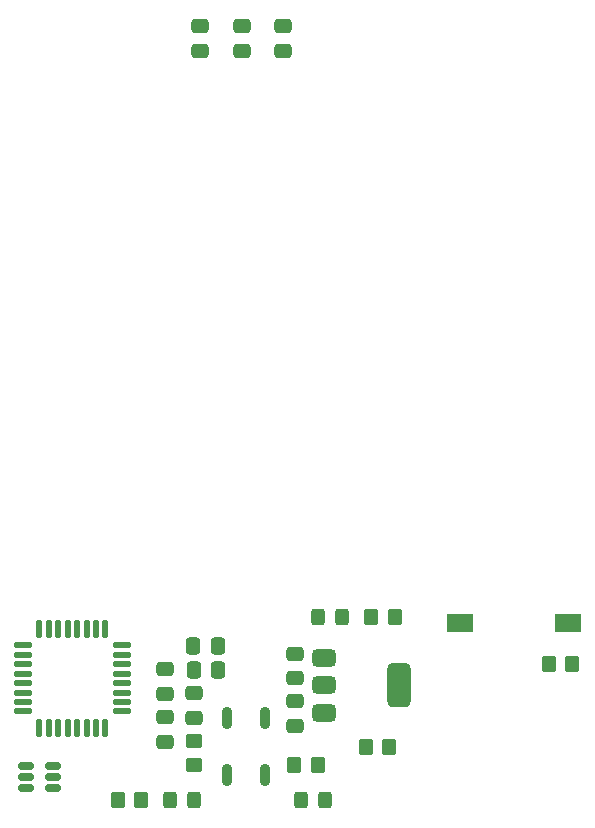
<source format=gbr>
%TF.GenerationSoftware,KiCad,Pcbnew,8.0.7*%
%TF.CreationDate,2024-12-26T00:03:12+08:00*%
%TF.ProjectId,The Button,54686520-4275-4747-946f-6e2e6b696361,rev?*%
%TF.SameCoordinates,Original*%
%TF.FileFunction,Paste,Top*%
%TF.FilePolarity,Positive*%
%FSLAX46Y46*%
G04 Gerber Fmt 4.6, Leading zero omitted, Abs format (unit mm)*
G04 Created by KiCad (PCBNEW 8.0.7) date 2024-12-26 00:03:12*
%MOMM*%
%LPD*%
G01*
G04 APERTURE LIST*
G04 Aperture macros list*
%AMRoundRect*
0 Rectangle with rounded corners*
0 $1 Rounding radius*
0 $2 $3 $4 $5 $6 $7 $8 $9 X,Y pos of 4 corners*
0 Add a 4 corners polygon primitive as box body*
4,1,4,$2,$3,$4,$5,$6,$7,$8,$9,$2,$3,0*
0 Add four circle primitives for the rounded corners*
1,1,$1+$1,$2,$3*
1,1,$1+$1,$4,$5*
1,1,$1+$1,$6,$7*
1,1,$1+$1,$8,$9*
0 Add four rect primitives between the rounded corners*
20,1,$1+$1,$2,$3,$4,$5,0*
20,1,$1+$1,$4,$5,$6,$7,0*
20,1,$1+$1,$6,$7,$8,$9,0*
20,1,$1+$1,$8,$9,$2,$3,0*%
G04 Aperture macros list end*
%ADD10RoundRect,0.250000X-0.350000X-0.450000X0.350000X-0.450000X0.350000X0.450000X-0.350000X0.450000X0*%
%ADD11RoundRect,0.250000X-0.475000X0.337500X-0.475000X-0.337500X0.475000X-0.337500X0.475000X0.337500X0*%
%ADD12RoundRect,0.250000X-0.325000X-0.450000X0.325000X-0.450000X0.325000X0.450000X-0.325000X0.450000X0*%
%ADD13RoundRect,0.375000X-0.625000X-0.375000X0.625000X-0.375000X0.625000X0.375000X-0.625000X0.375000X0*%
%ADD14RoundRect,0.500000X-0.500000X-1.400000X0.500000X-1.400000X0.500000X1.400000X-0.500000X1.400000X0*%
%ADD15RoundRect,0.150000X-0.512500X-0.150000X0.512500X-0.150000X0.512500X0.150000X-0.512500X0.150000X0*%
%ADD16RoundRect,0.250000X0.350000X0.450000X-0.350000X0.450000X-0.350000X-0.450000X0.350000X-0.450000X0*%
%ADD17RoundRect,0.250000X-0.337500X-0.475000X0.337500X-0.475000X0.337500X0.475000X-0.337500X0.475000X0*%
%ADD18RoundRect,0.250000X-0.450000X0.350000X-0.450000X-0.350000X0.450000X-0.350000X0.450000X0.350000X0*%
%ADD19O,0.889000X1.905000*%
%ADD20R,2.180000X1.600000*%
%ADD21RoundRect,0.250000X0.475000X-0.337500X0.475000X0.337500X-0.475000X0.337500X-0.475000X-0.337500X0*%
%ADD22RoundRect,0.125000X0.625000X0.125000X-0.625000X0.125000X-0.625000X-0.125000X0.625000X-0.125000X0*%
%ADD23RoundRect,0.125000X0.125000X0.625000X-0.125000X0.625000X-0.125000X-0.625000X0.125000X-0.625000X0*%
G04 APERTURE END LIST*
D10*
%TO.C,R7*%
X174975000Y-93500000D03*
X176975000Y-93500000D03*
%TD*%
D11*
%TO.C,C12*%
X170500000Y-31000000D03*
X170500000Y-33075000D03*
%TD*%
%TO.C,C3*%
X164000000Y-89500000D03*
X164000000Y-91575000D03*
%TD*%
%TO.C,C8*%
X175000000Y-88150000D03*
X175000000Y-90225000D03*
%TD*%
D12*
%TO.C,D4*%
X164450000Y-96500000D03*
X166500000Y-96500000D03*
%TD*%
D13*
%TO.C,U1*%
X177500000Y-84500000D03*
X177500000Y-86800000D03*
D14*
X183800000Y-86800000D03*
D13*
X177500000Y-89100000D03*
%TD*%
D15*
%TO.C,U5*%
X152225000Y-93600000D03*
X152225000Y-94550000D03*
X152225000Y-95500000D03*
X154500000Y-95500000D03*
X154500000Y-94550000D03*
X154500000Y-93600000D03*
%TD*%
D10*
%TO.C,R10*%
X181000000Y-92000000D03*
X183000000Y-92000000D03*
%TD*%
D12*
%TO.C,D1*%
X176950000Y-81000000D03*
X179000000Y-81000000D03*
%TD*%
D11*
%TO.C,C11*%
X167000000Y-31000000D03*
X167000000Y-33075000D03*
%TD*%
D16*
%TO.C,R1*%
X183500000Y-81000000D03*
X181500000Y-81000000D03*
%TD*%
D11*
%TO.C,C13*%
X174000000Y-31000000D03*
X174000000Y-33075000D03*
%TD*%
%TO.C,C6*%
X166500000Y-87462500D03*
X166500000Y-89537500D03*
%TD*%
D16*
%TO.C,R6*%
X162000000Y-96500000D03*
X160000000Y-96500000D03*
%TD*%
D17*
%TO.C,C10*%
X166425000Y-83500000D03*
X168500000Y-83500000D03*
%TD*%
D18*
%TO.C,R11*%
X166500000Y-91500000D03*
X166500000Y-93500000D03*
%TD*%
D12*
%TO.C,D3*%
X175500000Y-96500000D03*
X177550000Y-96500000D03*
%TD*%
D10*
%TO.C,R5*%
X196500000Y-85000000D03*
X198500000Y-85000000D03*
%TD*%
D19*
%TO.C,J2*%
X169300000Y-89549998D03*
X172500000Y-89549998D03*
X169300000Y-94349999D03*
X172500000Y-94349999D03*
%TD*%
D20*
%TO.C,SW8*%
X198180000Y-81500000D03*
X189000000Y-81500000D03*
%TD*%
D21*
%TO.C,C9*%
X175000000Y-86187500D03*
X175000000Y-84112500D03*
%TD*%
D17*
%TO.C,C7*%
X166462500Y-85500000D03*
X168537500Y-85500000D03*
%TD*%
D21*
%TO.C,C4*%
X164000000Y-87500000D03*
X164000000Y-85425000D03*
%TD*%
D22*
%TO.C,U2*%
X160350000Y-89000000D03*
X160350000Y-88200000D03*
X160350000Y-87400000D03*
X160350000Y-86600000D03*
X160350000Y-85800000D03*
X160350000Y-85000000D03*
X160350000Y-84200000D03*
X160350000Y-83400000D03*
D23*
X158975000Y-82025000D03*
X158175000Y-82025000D03*
X157375000Y-82025000D03*
X156575000Y-82025000D03*
X155775000Y-82025000D03*
X154975000Y-82025000D03*
X154175000Y-82025000D03*
X153375000Y-82025000D03*
D22*
X152000000Y-83400000D03*
X152000000Y-84200000D03*
X152000000Y-85000000D03*
X152000000Y-85800000D03*
X152000000Y-86600000D03*
X152000000Y-87400000D03*
X152000000Y-88200000D03*
X152000000Y-89000000D03*
D23*
X153375000Y-90375000D03*
X154175000Y-90375000D03*
X154975000Y-90375000D03*
X155775000Y-90375000D03*
X156575000Y-90375000D03*
X157375000Y-90375000D03*
X158175000Y-90375000D03*
X158975000Y-90375000D03*
%TD*%
M02*

</source>
